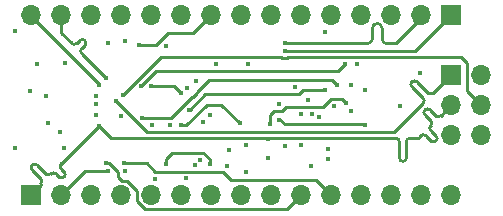
<source format=gbr>
%TF.GenerationSoftware,KiCad,Pcbnew,(6.0.11-0)*%
%TF.CreationDate,2023-05-04T16:40:56+03:00*%
%TF.ProjectId,Arduino Nano Differential impdance PCB,41726475-696e-46f2-904e-616e6f204469,rev?*%
%TF.SameCoordinates,Original*%
%TF.FileFunction,Copper,L3,Inr*%
%TF.FilePolarity,Positive*%
%FSLAX46Y46*%
G04 Gerber Fmt 4.6, Leading zero omitted, Abs format (unit mm)*
G04 Created by KiCad (PCBNEW (6.0.11-0)) date 2023-05-04 16:40:56*
%MOMM*%
%LPD*%
G01*
G04 APERTURE LIST*
%TA.AperFunction,ComponentPad*%
%ADD10R,1.700000X1.700000*%
%TD*%
%TA.AperFunction,ComponentPad*%
%ADD11O,1.700000X1.700000*%
%TD*%
%TA.AperFunction,ViaPad*%
%ADD12C,0.450000*%
%TD*%
%TA.AperFunction,Conductor*%
%ADD13C,0.293370*%
%TD*%
G04 APERTURE END LIST*
D10*
%TO.N,D12{slash}MISO*%
%TO.C,H3*%
X170683000Y-100091000D03*
D11*
%TO.N,+5V*%
X173223000Y-100091000D03*
%TO.N,D13{slash}SCK*%
X170683000Y-102631000D03*
%TO.N,D11{slash}MOSI*%
X173223000Y-102631000D03*
%TO.N,RST*%
X170683000Y-105171000D03*
%TO.N,GND*%
X173223000Y-105171000D03*
%TD*%
D10*
%TO.N,D1{slash}TX*%
%TO.C,H1*%
X170683000Y-94996000D03*
D11*
%TO.N,D0{slash}RX*%
X168143000Y-94996000D03*
%TO.N,RST*%
X165603000Y-94996000D03*
%TO.N,GND*%
X163063000Y-94996000D03*
%TO.N,D2*%
X160523000Y-94996000D03*
%TO.N,D3*%
X157983000Y-94996000D03*
%TO.N,D4*%
X155443000Y-94996000D03*
%TO.N,D5*%
X152903000Y-94996000D03*
%TO.N,D6*%
X150363000Y-94996000D03*
%TO.N,D7*%
X147823000Y-94996000D03*
%TO.N,D8*%
X145283000Y-94996000D03*
%TO.N,D9*%
X142743000Y-94996000D03*
%TO.N,D10*%
X140203000Y-94996000D03*
%TO.N,D11{slash}MOSI*%
X137663000Y-94996000D03*
%TO.N,D12{slash}MISO*%
X135123000Y-94996000D03*
%TD*%
D10*
%TO.N,D13{slash}SCK*%
%TO.C,H2*%
X135133000Y-110236000D03*
D11*
%TO.N,+3V3*%
X137673000Y-110236000D03*
%TO.N,AREF*%
X140213000Y-110236000D03*
%TO.N,A0*%
X142753000Y-110236000D03*
%TO.N,A1*%
X145293000Y-110236000D03*
%TO.N,A2*%
X147833000Y-110236000D03*
%TO.N,A3*%
X150373000Y-110236000D03*
%TO.N,A4*%
X152913000Y-110236000D03*
%TO.N,A5*%
X155453000Y-110236000D03*
%TO.N,A6*%
X157993000Y-110236000D03*
%TO.N,A7*%
X160533000Y-110236000D03*
%TO.N,+5V*%
X163073000Y-110236000D03*
%TO.N,RST*%
X165613000Y-110236000D03*
%TO.N,GND*%
X168153000Y-110236000D03*
%TO.N,VCC*%
X170693000Y-110236000D03*
%TD*%
D12*
%TO.N,VBUS*%
X137541000Y-104902000D03*
X161036000Y-100965000D03*
X140589000Y-103505000D03*
X144548889Y-103736111D03*
%TO.N,+5V*%
X150231422Y-107593786D03*
X146573688Y-107580730D03*
X149098000Y-100584000D03*
X142774618Y-103577396D03*
%TO.N,Net-(F1-Pad2)*%
X135041430Y-101416800D03*
%TO.N,D1{slash}TX*%
X145643000Y-108855005D03*
X156591000Y-98058503D03*
%TO.N,D0{slash}RX*%
X156591000Y-97409000D03*
X148243000Y-108836024D03*
%TO.N,GND*%
X168021000Y-99949000D03*
X136525000Y-104140000D03*
X133731000Y-106299000D03*
X137922000Y-106299000D03*
X136393198Y-101854000D03*
X146558000Y-97663000D03*
X151737500Y-107823000D03*
X160263043Y-106360497D03*
X135636000Y-99187000D03*
X141668185Y-97409000D03*
X150749000Y-99123185D03*
X157958978Y-105981185D03*
X166370000Y-102743000D03*
X143101500Y-108204000D03*
X159512000Y-103632000D03*
X148334558Y-101155185D03*
X137985815Y-99060000D03*
X145382262Y-104345445D03*
X151892000Y-106426000D03*
X158565000Y-102229152D03*
X143037819Y-97208904D03*
X153469556Y-99158988D03*
X158849500Y-107823000D03*
X133731000Y-96393000D03*
X155175000Y-107080000D03*
%TO.N,RST*%
X157480000Y-101092000D03*
X156136299Y-102544098D03*
X160274000Y-107188000D03*
%TO.N,D6*%
X144272000Y-97536000D03*
%TO.N,D11{slash}MOSI*%
X141478000Y-100330000D03*
X142881917Y-101768344D03*
%TO.N,D12{slash}MISO*%
X140843000Y-100965000D03*
X142303500Y-102298500D03*
%TO.N,D13{slash}SCK*%
X140843000Y-104394000D03*
X155194000Y-105487815D03*
%TO.N,+3V3*%
X141605000Y-108204000D03*
%TO.N,AREF*%
X146864185Y-104345445D03*
%TO.N,A3*%
X148971000Y-107693154D03*
%TO.N,A4*%
X149431882Y-107235506D03*
%TO.N,A5*%
X153289000Y-108264839D03*
%TO.N,A6*%
X141469935Y-107512772D03*
%TO.N,A7*%
X142952550Y-107540114D03*
%TO.N,RP2A2*%
X156111219Y-103854050D03*
X153289000Y-105981185D03*
X163377684Y-104322684D03*
%TO.N,RP1C2*%
X163385185Y-101346000D03*
X160035500Y-96466698D03*
X162204555Y-103129316D03*
%TO.N,Net-(LEDRX1-Pad1)*%
X145255155Y-101010663D03*
X147828000Y-101600000D03*
X148483190Y-103022588D03*
X160020000Y-101382702D03*
%TO.N,Net-(LEDRX1-Pad2)*%
X161783128Y-102474128D03*
X155321000Y-104203815D03*
X156654815Y-106122861D03*
%TO.N,Net-(LEDTX1-Pad1)*%
X144446020Y-101012020D03*
X161714502Y-99123185D03*
%TO.N,Net-(LEDTX1-Pad2)*%
X160773628Y-102675850D03*
X158916800Y-103372022D03*
X162242815Y-100965000D03*
%TO.N,RP1A1*%
X149690257Y-104066459D03*
%TO.N,RP1B1*%
X150241000Y-103505000D03*
%TO.N,Net-(C7-Pad1)*%
X157988000Y-103378000D03*
X147828000Y-104345445D03*
X162715568Y-99123185D03*
X152781000Y-104162992D03*
%TO.N,D+*%
X140589000Y-102566000D03*
%TO.N,D-*%
X140589000Y-101866000D03*
%TD*%
D13*
%TO.N,VBUS*%
X149161685Y-101582800D02*
X149161685Y-101536315D01*
X150177685Y-100520315D02*
X160591315Y-100520315D01*
X148780315Y-101917685D02*
X148826800Y-101917685D01*
X160591315Y-100520315D02*
X161036000Y-100965000D01*
X149161685Y-101536315D02*
X150177685Y-100520315D01*
X146961889Y-103736111D02*
X148780315Y-101917685D01*
X148826800Y-101917685D02*
X149161685Y-101582800D01*
X144548889Y-103736111D02*
X146961889Y-103736111D01*
%TO.N,+5V*%
X150231422Y-107226561D02*
X149668682Y-106663821D01*
X147082179Y-106663821D02*
X146573688Y-107172312D01*
X146573688Y-107172312D02*
X146573688Y-107580730D01*
X150231422Y-107593786D02*
X150231422Y-107226561D01*
X149668682Y-106663821D02*
X147082179Y-106663821D01*
%TO.N,D1{slash}TX*%
X167620497Y-98058503D02*
X156591000Y-98058503D01*
X170683000Y-94996000D02*
X167620497Y-98058503D01*
%TO.N,D0{slash}RX*%
X168143000Y-95249559D02*
X165983559Y-97409000D01*
X163627000Y-97409000D02*
X156591000Y-97409000D01*
X165983559Y-97409000D02*
X165227000Y-97409000D01*
X164827000Y-97009000D02*
X164827000Y-96109000D01*
X168143000Y-94996000D02*
X168143000Y-95249559D01*
X164027000Y-96109000D02*
X164027000Y-97009000D01*
X163627000Y-97409000D02*
G75*
G03*
X164027000Y-97009000I0J400000D01*
G01*
X164027000Y-96109000D02*
G75*
G02*
X164427000Y-95709000I400000J0D01*
G01*
X164827000Y-97009000D02*
G75*
G03*
X165227000Y-97409000I400000J0D01*
G01*
X164427000Y-95709000D02*
G75*
G02*
X164827000Y-96109000I0J-400000D01*
G01*
%TO.N,D6*%
X144272000Y-97536000D02*
X145732500Y-97536000D01*
X145732500Y-97536000D02*
X146748500Y-96520000D01*
X146748500Y-96520000D02*
X148839000Y-96520000D01*
X148839000Y-96520000D02*
X150363000Y-94996000D01*
%TO.N,D11{slash}MOSI*%
X173223000Y-102631000D02*
X172026315Y-101434315D01*
X172026315Y-101434315D02*
X172026315Y-99040945D01*
X146098261Y-98552000D02*
X142881917Y-101768344D01*
X156827800Y-98630188D02*
X156354200Y-98630188D01*
X139405528Y-98257528D02*
X141478000Y-100330000D01*
X156354200Y-98630188D02*
X156276012Y-98552000D01*
X139662995Y-97575798D02*
X139405527Y-97833263D01*
X172026315Y-99040945D02*
X171537370Y-98552000D01*
X139662994Y-97575799D02*
X139662995Y-97575798D01*
X171537370Y-98552000D02*
X156905988Y-98552000D01*
X138981264Y-97409000D02*
X139238731Y-97151534D01*
X137663000Y-94996000D02*
X137663000Y-96515000D01*
X138981265Y-97408999D02*
X138981264Y-97409000D01*
X156905988Y-98552000D02*
X156827800Y-98630188D01*
X139405527Y-98257527D02*
X139405528Y-98257528D01*
X137663000Y-96515000D02*
X138557000Y-97409000D01*
X156276012Y-98552000D02*
X146098261Y-98552000D01*
X139663027Y-97575832D02*
G75*
G03*
X139662994Y-97151535I-212127J212132D01*
G01*
X139662994Y-97151535D02*
G75*
G03*
X139238732Y-97151535I-212131J-212131D01*
G01*
X139405522Y-98257532D02*
G75*
G02*
X139405527Y-97833263I212178J212132D01*
G01*
X138981232Y-97408967D02*
G75*
G02*
X138557000Y-97409000I-212132J212067D01*
G01*
%TO.N,D12{slash}MISO*%
X135123000Y-95118000D02*
X140843000Y-100838000D01*
X168320471Y-102453528D02*
X165857370Y-104916630D01*
X168744734Y-101605000D02*
X168744735Y-101605000D01*
X144921630Y-104916630D02*
X142303500Y-102298500D01*
X140843000Y-100838000D02*
X140843000Y-100965000D01*
X168744735Y-101605000D02*
X167786831Y-100647096D01*
X170683000Y-100091000D02*
X169169000Y-101605000D01*
X168320470Y-102453527D02*
X168320471Y-102453528D01*
X165857370Y-104916630D02*
X144921630Y-104916630D01*
X167362567Y-101071360D02*
X168320470Y-102029263D01*
X135123000Y-94996000D02*
X135123000Y-95118000D01*
X168320475Y-102453532D02*
G75*
G03*
X168320470Y-102029263I-212175J212132D01*
G01*
X167362568Y-100647097D02*
G75*
G02*
X167786830Y-100647097I212131J-212131D01*
G01*
X168744734Y-101605000D02*
G75*
G03*
X169169000Y-101605000I212133J212134D01*
G01*
X167362596Y-101071331D02*
G75*
G02*
X167362568Y-100647097I212104J212131D01*
G01*
%TO.N,D13{slash}SCK*%
X168106943Y-105207060D02*
X168106942Y-105207059D01*
X166004000Y-105410000D02*
X165954000Y-105410000D01*
X137650557Y-107586440D02*
X137650558Y-107586441D01*
X141859000Y-105410000D02*
X140843000Y-104394000D01*
X168468268Y-103022797D02*
X168468267Y-103022797D01*
X135953500Y-109415500D02*
X135953500Y-109283500D01*
X135214737Y-107696209D02*
X135214738Y-107696207D01*
X168955470Y-104782795D02*
X169407318Y-105234643D01*
X135953500Y-108859236D02*
X135214737Y-108120473D01*
X135639004Y-107696207D02*
X135639002Y-107696208D01*
X137933400Y-108293547D02*
X137650557Y-108010704D01*
X135639002Y-107696208D02*
X136377766Y-108434972D01*
X168955469Y-104358527D02*
X168955469Y-104358528D01*
X168955469Y-104358528D02*
X168955471Y-104358529D01*
X136802032Y-108434971D02*
X136802030Y-108434970D01*
X137650558Y-107586441D02*
X140843000Y-104394000D01*
X166304000Y-107099009D02*
X166304000Y-105710000D01*
X137933400Y-108293546D02*
X137933400Y-108293547D01*
X167904000Y-105410000D02*
X167204000Y-105410000D01*
X135133000Y-110236000D02*
X135953500Y-109415500D01*
X168955471Y-104782795D02*
X168955470Y-104782795D01*
X166904000Y-105710000D02*
X166904000Y-107099009D01*
X168106942Y-105207059D02*
X167904000Y-105410000D01*
X165954000Y-105410000D02*
X141859000Y-105410000D01*
X168468267Y-103447061D02*
X168955469Y-103934263D01*
X169379735Y-103510000D02*
X168892532Y-103022797D01*
X136802030Y-108434972D02*
X136802032Y-108434971D01*
X169379734Y-103510000D02*
X169379735Y-103510000D01*
X137226294Y-108434970D02*
X137509136Y-108717812D01*
X168983054Y-105658907D02*
X168531207Y-105207060D01*
X170683000Y-102631000D02*
X169804000Y-103510000D01*
X135953468Y-108859268D02*
G75*
G02*
X135953500Y-109283500I-212068J-212132D01*
G01*
X169379734Y-103510000D02*
G75*
G03*
X169804000Y-103510000I212133J212134D01*
G01*
X168955433Y-104782833D02*
G75*
G02*
X168955471Y-104358529I212167J212133D01*
G01*
X168468296Y-103447032D02*
G75*
G02*
X168468267Y-103022797I212104J212132D01*
G01*
X168468269Y-103022798D02*
G75*
G02*
X168892531Y-103022798I212131J-212131D01*
G01*
X166004000Y-105410000D02*
G75*
G02*
X166304000Y-105710000I0J-300000D01*
G01*
X168983055Y-105658906D02*
G75*
G03*
X169407317Y-105658906I212131J212131D01*
G01*
X137933399Y-108717811D02*
G75*
G02*
X137509137Y-108717811I-212131J212131D01*
G01*
X136802029Y-108434971D02*
G75*
G02*
X136377767Y-108434971I-212131J212131D01*
G01*
X168955474Y-104358532D02*
G75*
G03*
X168955469Y-103934263I-212174J212132D01*
G01*
X137226293Y-108434971D02*
G75*
G03*
X136802031Y-108434971I-212131J-212131D01*
G01*
X137933379Y-108293567D02*
G75*
G02*
X137933400Y-108717812I-212079J-212133D01*
G01*
X135639003Y-107696208D02*
G75*
G03*
X135214739Y-107696208I-212132J-212137D01*
G01*
X166604000Y-107399000D02*
G75*
G03*
X166904000Y-107099009I0J300000D01*
G01*
X137650586Y-107586469D02*
G75*
G03*
X137650558Y-108010703I212114J-212131D01*
G01*
X166904000Y-105710000D02*
G75*
G02*
X167204000Y-105410000I300000J0D01*
G01*
X166303991Y-107099009D02*
G75*
G03*
X166604000Y-107399009I300009J9D01*
G01*
X169407342Y-105658931D02*
G75*
G03*
X169407317Y-105234644I-212142J212131D01*
G01*
X135214697Y-107696169D02*
G75*
G03*
X135214738Y-108120472I212203J-212131D01*
G01*
X168106944Y-105207061D02*
G75*
G02*
X168531206Y-105207061I212131J-212131D01*
G01*
%TO.N,+3V3*%
X141605000Y-108204000D02*
X139705000Y-108204000D01*
X139705000Y-108204000D02*
X137673000Y-110236000D01*
%TO.N,A6*%
X156796315Y-111432685D02*
X157993000Y-110236000D01*
X143248684Y-109039315D02*
X144096315Y-109886946D01*
X142494000Y-108712000D02*
X142821315Y-109039315D01*
X141722257Y-107512772D02*
X142494000Y-108284515D01*
X144797316Y-111432685D02*
X156796315Y-111432685D01*
X142494000Y-108284515D02*
X142494000Y-108712000D01*
X142821315Y-109039315D02*
X143248684Y-109039315D01*
X141469935Y-107512772D02*
X141722257Y-107512772D01*
X144096315Y-109886946D02*
X144096315Y-110731684D01*
X144096315Y-110731684D02*
X144797316Y-111432685D01*
%TO.N,A7*%
X159263000Y-108966000D02*
X160533000Y-110236000D01*
X142952550Y-107540114D02*
X144925794Y-107540114D01*
X151370354Y-108264339D02*
X152072015Y-108966000D01*
X145650019Y-108264339D02*
X151370354Y-108264339D01*
X144925794Y-107540114D02*
X145650019Y-108264339D01*
X152072015Y-108966000D02*
X159263000Y-108966000D01*
%TO.N,RP2A2*%
X163322000Y-104267000D02*
X156591000Y-104267000D01*
X163377684Y-104322684D02*
X163322000Y-104267000D01*
X156591000Y-104267000D02*
X156178050Y-103854050D01*
X156178050Y-103854050D02*
X156111219Y-103854050D01*
%TO.N,Net-(LEDRX1-Pad1)*%
X147828000Y-101600000D02*
X147238663Y-101010663D01*
X149860000Y-101727000D02*
X157782685Y-101727000D01*
X158126983Y-101382702D02*
X160020000Y-101382702D01*
X157782685Y-101727000D02*
X158126983Y-101382702D01*
X147238663Y-101010663D02*
X145255155Y-101010663D01*
X148564412Y-103022588D02*
X149860000Y-101727000D01*
X148483190Y-103022588D02*
X148564412Y-103022588D01*
%TO.N,Net-(LEDRX1-Pad2)*%
X156373099Y-103115783D02*
X156688545Y-102800337D01*
X159840656Y-102800337D02*
X160536828Y-102104165D01*
X155710217Y-103115783D02*
X156373099Y-103115783D01*
X160536828Y-102104165D02*
X161413165Y-102104165D01*
X155321000Y-103505000D02*
X155710217Y-103115783D01*
X161413165Y-102104165D02*
X161783128Y-102474128D01*
X155321000Y-104203815D02*
X155321000Y-103505000D01*
X156688545Y-102800337D02*
X159840656Y-102800337D01*
%TO.N,Net-(LEDTX1-Pad1)*%
X145727367Y-99730673D02*
X161107014Y-99730673D01*
X161107014Y-99730673D02*
X161714502Y-99123185D01*
X144446020Y-101012020D02*
X145727367Y-99730673D01*
%TO.N,Net-(C7-Pad1)*%
X151234008Y-102616000D02*
X152781000Y-104162992D01*
X147828000Y-104345445D02*
X148257555Y-104345445D01*
X149987000Y-102616000D02*
X151234008Y-102616000D01*
X148257555Y-104345445D02*
X149987000Y-102616000D01*
%TD*%
M02*

</source>
